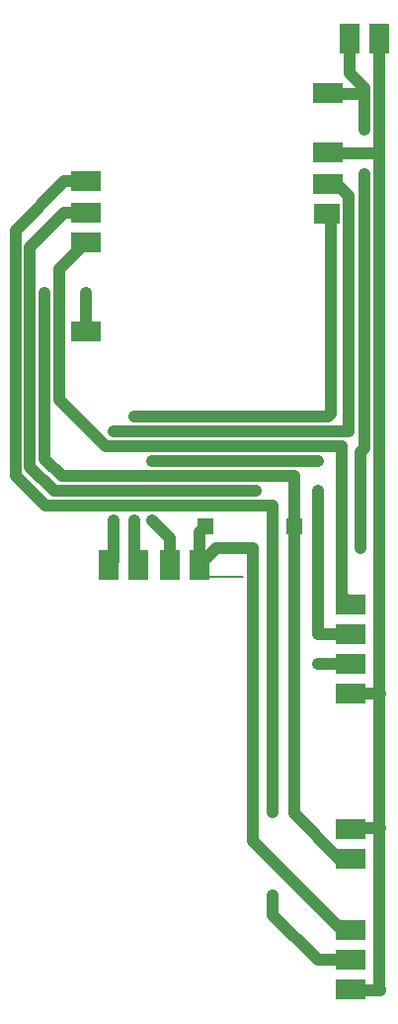
<source format=gbr>
%TF.GenerationSoftware,KiCad,Pcbnew,6.99.0-unknown-e6dc28fb2e~146~ubuntu21.10.1*%
%TF.CreationDate,2022-01-20T00:26:21+01:00*%
%TF.ProjectId,LightBoxminiTM1637WS2812RTC,4c696768-7442-46f7-986d-696e69544d31,rev?*%
%TF.SameCoordinates,Original*%
%TF.FileFunction,Copper,L1,Top*%
%TF.FilePolarity,Positive*%
%FSLAX46Y46*%
G04 Gerber Fmt 4.6, Leading zero omitted, Abs format (unit mm)*
G04 Created by KiCad (PCBNEW 6.99.0-unknown-e6dc28fb2e~146~ubuntu21.10.1) date 2022-01-20 00:26:21*
%MOMM*%
%LPD*%
G01*
G04 APERTURE LIST*
%TA.AperFunction,NonConductor*%
%ADD10C,0.200000*%
%TD*%
%TA.AperFunction,ComponentPad*%
%ADD11R,2.500000X1.700000*%
%TD*%
%TA.AperFunction,ComponentPad*%
%ADD12R,1.700000X2.500000*%
%TD*%
%TA.AperFunction,ComponentPad*%
%ADD13R,1.400000X1.400000*%
%TD*%
%TA.AperFunction,ComponentPad*%
%ADD14R,2.250000X1.700000*%
%TD*%
%TA.AperFunction,ViaPad*%
%ADD15C,0.800000*%
%TD*%
%TA.AperFunction,Conductor*%
%ADD16C,1.000000*%
%TD*%
G04 APERTURE END LIST*
D10*
X31012000Y-60452000D02*
X34012000Y-60452000D01*
D11*
%TO.P,J13,1,Pin_1*%
%TO.N,Net-(J13-Pin_1)*%
X41300289Y-26822289D03*
%TD*%
%TO.P,J16,1,Pin_1*%
%TO.N,Net-(J1-Pin_3)*%
X41300289Y-19075289D03*
%TD*%
D12*
%TO.P,J6,1,Pin_1*%
%TO.N,Net-(J1-Pin_3)*%
X30226000Y-59436000D03*
%TD*%
D11*
%TO.P,J3,1,Pin_1*%
%TO.N,Net-(J1-Pin_3)*%
X43180000Y-90693000D03*
%TO.P,J3,2,Pin_2*%
%TO.N,Net-(J12-Pin_1)*%
X43180000Y-93233000D03*
%TO.P,J3,3,Pin_3*%
%TO.N,Net-(J1-Pin_4)*%
X43180000Y-95773000D03*
%TD*%
%TO.P,J4,1,Pin_1*%
%TO.N,Net-(J1-Pin_4)*%
X43180000Y-82042000D03*
%TO.P,J4,2,Pin_2*%
%TO.N,Net-(J4-Pin_2)*%
X43180000Y-84582000D03*
%TD*%
D12*
%TO.P,J15,1,Pin_1*%
%TO.N,Net-(J1-Pin_4)*%
X27686000Y-59436000D03*
%TD*%
D11*
%TO.P,J2,1,Pin_1*%
%TO.N,Net-(J1-Pin_4)*%
X41300289Y-24155289D03*
%TD*%
D13*
%TO.P,R1,1*%
%TO.N,Net-(J1-Pin_3)*%
X30734000Y-56134000D03*
%TO.P,R1,2*%
%TO.N,Net-(J4-Pin_2)*%
X38354000Y-56134000D03*
%TD*%
D11*
%TO.P,J10,1,Pin_1*%
%TO.N,Net-(J1-Pin_1)*%
X20556840Y-31800800D03*
%TD*%
D14*
%TO.P,J7,1,Pin_1*%
%TO.N,Net-(J14-Pin_1)*%
X41198800Y-29337000D03*
%TD*%
D11*
%TO.P,J11,1,Pin_1*%
%TO.N,Net-(J1-Pin_2)*%
X20556840Y-29260800D03*
%TD*%
%TO.P,J1,1,Pin_1*%
%TO.N,Net-(J1-Pin_1)*%
X43180000Y-62798800D03*
%TO.P,J1,2,Pin_2*%
%TO.N,Net-(J1-Pin_2)*%
X43180000Y-65338800D03*
%TO.P,J1,3,Pin_3*%
%TO.N,Net-(J1-Pin_3)*%
X43180000Y-67878800D03*
%TO.P,J1,4,Pin_4*%
%TO.N,Net-(J1-Pin_4)*%
X43180000Y-70418800D03*
%TD*%
D12*
%TO.P,J5,1,Pin_1*%
%TO.N,Net-(J1-Pin_3)*%
X43112040Y-14376400D03*
%TO.P,J5,2,Pin_2*%
%TO.N,Net-(J1-Pin_4)*%
X45652040Y-14376400D03*
%TD*%
D11*
%TO.P,J9,1,Pin_1*%
%TO.N,Net-(J4-Pin_2)*%
X20556840Y-39420800D03*
%TD*%
D12*
%TO.P,J14,1,Pin_1*%
%TO.N,Net-(J14-Pin_1)*%
X25019000Y-59436000D03*
%TD*%
D11*
%TO.P,J12,1,Pin_1*%
%TO.N,Net-(J12-Pin_1)*%
X20556840Y-26593800D03*
%TD*%
D12*
%TO.P,J8,1,Pin_1*%
%TO.N,Net-(J13-Pin_1)*%
X22479000Y-59436000D03*
%TD*%
D15*
%TO.N,Net-(J12-Pin_1)*%
X36558840Y-80568800D03*
X36558840Y-87680800D03*
%TO.N,Net-(J4-Pin_2)*%
X20556840Y-36118800D03*
X17000840Y-36118800D03*
%TO.N,Net-(J1-Pin_2)*%
X35052000Y-53086000D03*
X40386000Y-53086000D03*
%TO.N,Net-(J1-Pin_3)*%
X40386000Y-67868800D03*
X44382040Y-25958800D03*
X34818360Y-67906320D03*
X34780840Y-57962800D03*
X44382040Y-22148800D03*
X44051840Y-57962800D03*
%TO.N,Net-(J1-Pin_4)*%
X26162000Y-50546000D03*
X45702840Y-50546000D03*
X40386000Y-50546000D03*
X26162000Y-55626000D03*
%TO.N,Net-(J14-Pin_1)*%
X24638000Y-46736000D03*
X24638000Y-55626000D03*
%TO.N,Net-(J13-Pin_1)*%
X22860000Y-55626000D03*
X22860000Y-47980600D03*
%TD*%
D16*
%TO.N,Net-(J1-Pin_3)*%
X30226000Y-59436000D02*
X30226000Y-56642000D01*
X30226000Y-56642000D02*
X30734000Y-56134000D01*
%TO.N,Net-(J1-Pin_4)*%
X40386000Y-50546000D02*
X26162000Y-50546000D01*
%TO.N,Net-(J1-Pin_1)*%
X18270840Y-34086800D02*
X20556840Y-31800800D01*
X22250400Y-49276000D02*
X18270840Y-45296440D01*
X42418000Y-62036800D02*
X42418000Y-49276000D01*
X42310680Y-49276000D02*
X22250400Y-49276000D01*
X43180000Y-62798800D02*
X42418000Y-62036800D01*
X18270840Y-45296440D02*
X18270840Y-34086800D01*
%TO.N,Net-(J12-Pin_1)*%
X36558840Y-89390840D02*
X40401000Y-93233000D01*
X14478000Y-30822640D02*
X18706840Y-26593800D01*
X17018000Y-54356000D02*
X14478000Y-51816000D01*
X36558840Y-80568800D02*
X36558840Y-54356000D01*
X40401000Y-93233000D02*
X43180000Y-93233000D01*
X36558840Y-54356000D02*
X17018000Y-54356000D01*
X36558840Y-87680800D02*
X36558840Y-89390840D01*
X14478000Y-51816000D02*
X14478000Y-30822640D01*
X18706840Y-26593800D02*
X20556840Y-26593800D01*
%TO.N,Net-(J4-Pin_2)*%
X38354000Y-51816000D02*
X38354000Y-80715022D01*
X38354000Y-80715022D02*
X42220978Y-84582000D01*
X42220978Y-84582000D02*
X43180000Y-84582000D01*
X18474040Y-51816000D02*
X38354000Y-51816000D01*
X17000840Y-50342800D02*
X18474040Y-51816000D01*
X20556840Y-39420800D02*
X20556840Y-36118800D01*
X17000840Y-36118800D02*
X17000840Y-50342800D01*
%TO.N,Net-(J1-Pin_2)*%
X40386000Y-53086000D02*
X40386000Y-65278000D01*
X40446800Y-65338800D02*
X43180000Y-65338800D01*
X40386000Y-65278000D02*
X40446800Y-65338800D01*
X15730840Y-32236800D02*
X18706840Y-29260800D01*
X15730840Y-51036840D02*
X15730840Y-32236800D01*
X17780000Y-53086000D02*
X15730840Y-51036840D01*
X18706840Y-29260800D02*
X20556840Y-29260800D01*
X35052000Y-53086000D02*
X17780000Y-53086000D01*
%TO.N,Net-(J1-Pin_3)*%
X41511840Y-19100800D02*
X44229640Y-19100800D01*
X34780840Y-57962800D02*
X31699200Y-57962800D01*
X43112040Y-17322800D02*
X43112040Y-14376400D01*
X43180000Y-67878800D02*
X40396000Y-67878800D01*
X44051840Y-49758600D02*
X44051840Y-57962800D01*
X34818360Y-58000320D02*
X34818360Y-59957280D01*
X44382040Y-25958800D02*
X44382040Y-49428400D01*
X31699200Y-57962800D02*
X30226000Y-59436000D01*
X44382040Y-22148800D02*
X44382040Y-19253200D01*
X44382040Y-49428400D02*
X44051840Y-49758600D01*
X40396000Y-67878800D02*
X40386000Y-67868800D01*
X34818360Y-83034320D02*
X34818360Y-67906320D01*
X43180000Y-90693000D02*
X42477040Y-90693000D01*
X42477040Y-90693000D02*
X34818360Y-83034320D01*
X44382040Y-18592800D02*
X43112040Y-17322800D01*
X34780840Y-57962800D02*
X34818360Y-58000320D01*
X44382040Y-19253200D02*
X44382040Y-18592800D01*
X34818360Y-67906320D02*
X34818360Y-59957280D01*
X44229640Y-19100800D02*
X44382040Y-19253200D01*
%TO.N,Net-(J1-Pin_4)*%
X43180000Y-82042000D02*
X43261200Y-81960800D01*
X45652040Y-14376400D02*
X45702840Y-14427200D01*
X43261200Y-81960800D02*
X45720000Y-81960800D01*
X45702840Y-14427200D02*
X45702840Y-24434800D01*
X45720000Y-95823800D02*
X43230800Y-95823800D01*
X45720000Y-70418800D02*
X43180000Y-70418800D01*
X43230800Y-95823800D02*
X43180000Y-95773000D01*
X26162000Y-55626000D02*
X27686000Y-57150000D01*
X45448840Y-24180800D02*
X45702840Y-24434800D01*
X27686000Y-57150000D02*
X27686000Y-59436000D01*
X45702840Y-24434800D02*
X45702840Y-95740840D01*
X45702840Y-95740840D02*
X45720000Y-95758000D01*
X41511840Y-24180800D02*
X45448840Y-24180800D01*
%TO.N,Net-(J14-Pin_1)*%
X24638000Y-55626000D02*
X24638000Y-59055000D01*
X24638000Y-59055000D02*
X25019000Y-59436000D01*
X24638000Y-46736000D02*
X41257840Y-46736000D01*
X41511840Y-46482000D02*
X41511840Y-29387800D01*
X41257840Y-46736000D02*
X41511840Y-46482000D01*
%TO.N,Net-(J13-Pin_1)*%
X22865720Y-47986320D02*
X43041560Y-47986320D01*
X22860000Y-47980600D02*
X22865720Y-47986320D01*
X43061240Y-27825418D02*
X42058111Y-26822289D01*
X41859311Y-26822289D02*
X41300289Y-26822289D01*
X42134311Y-26822289D02*
X41300289Y-26822289D01*
X43061240Y-47955200D02*
X43061240Y-27825418D01*
X22860000Y-55626000D02*
X22860000Y-59055000D01*
X22860000Y-59055000D02*
X22479000Y-59436000D01*
X42058111Y-26822289D02*
X41300289Y-26822289D01*
%TD*%
M02*

</source>
